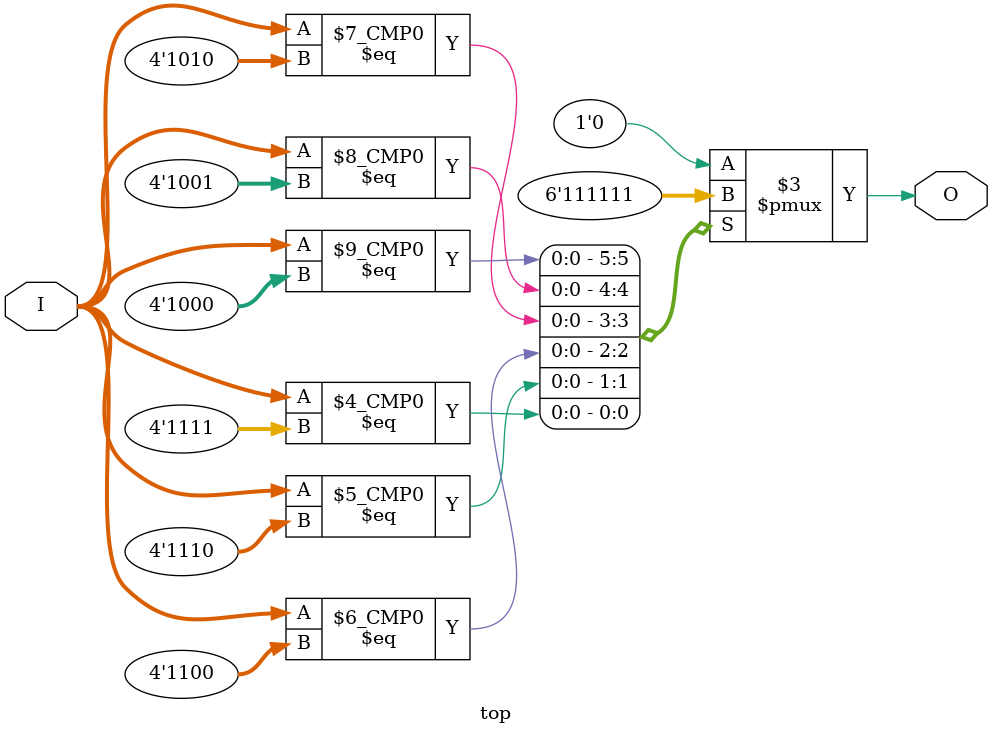
<source format=v>
module top (
    input [3:0] I,
    output O
);
  always @(I)
    case (I)
      4'b1000: O = 1;
      4'b1001: O = 1;
      4'b1010: O = 1;
      4'b1100: O = 1;
      4'b1110: O = 1;
      4'b1111: O = 1;
      default: O = 0;
    endcase
endmodule  // top

</source>
